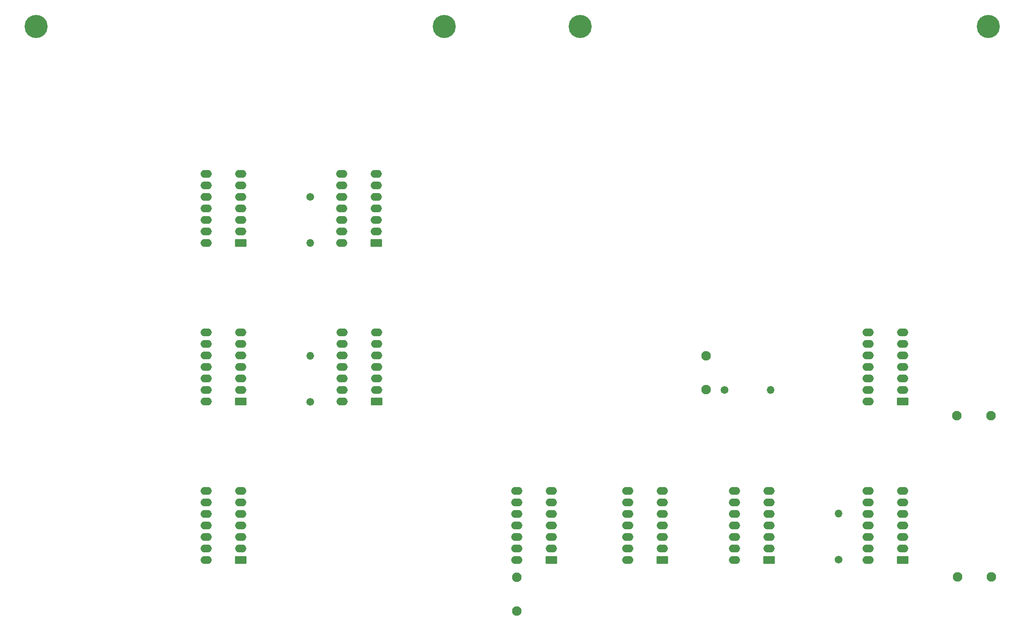
<source format=gbr>
%TF.GenerationSoftware,KiCad,Pcbnew,(6.0.4-0)*%
%TF.CreationDate,2024-04-14T15:13:14+10:00*%
%TF.ProjectId,Accumulator,41636375-6d75-46c6-9174-6f722e6b6963,rev?*%
%TF.SameCoordinates,Original*%
%TF.FileFunction,Soldermask,Top*%
%TF.FilePolarity,Negative*%
%FSLAX46Y46*%
G04 Gerber Fmt 4.6, Leading zero omitted, Abs format (unit mm)*
G04 Created by KiCad (PCBNEW (6.0.4-0)) date 2024-04-14 15:13:14*
%MOMM*%
%LPD*%
G01*
G04 APERTURE LIST*
G04 Aperture macros list*
%AMRoundRect*
0 Rectangle with rounded corners*
0 $1 Rounding radius*
0 $2 $3 $4 $5 $6 $7 $8 $9 X,Y pos of 4 corners*
0 Add a 4 corners polygon primitive as box body*
4,1,4,$2,$3,$4,$5,$6,$7,$8,$9,$2,$3,0*
0 Add four circle primitives for the rounded corners*
1,1,$1+$1,$2,$3*
1,1,$1+$1,$4,$5*
1,1,$1+$1,$6,$7*
1,1,$1+$1,$8,$9*
0 Add four rect primitives between the rounded corners*
20,1,$1+$1,$2,$3,$4,$5,0*
20,1,$1+$1,$4,$5,$6,$7,0*
20,1,$1+$1,$6,$7,$8,$9,0*
20,1,$1+$1,$8,$9,$2,$3,0*%
G04 Aperture macros list end*
%ADD10C,2.102000*%
%ADD11C,1.702000*%
%ADD12O,1.702000X1.702000*%
%ADD13RoundRect,0.051000X1.200000X0.800000X-1.200000X0.800000X-1.200000X-0.800000X1.200000X-0.800000X0*%
%ADD14O,2.502000X1.702000*%
%ADD15C,5.102000*%
G04 APERTURE END LIST*
D10*
%TO.C,C1*%
X246300000Y-141100000D03*
X246300000Y-133600000D03*
%TD*%
%TO.C,C4*%
X301600000Y-146850000D03*
X309100000Y-146850000D03*
%TD*%
D11*
%TO.C,R1*%
X159000000Y-98550000D03*
D12*
X159000000Y-108710000D03*
%TD*%
D11*
%TO.C,R2*%
X250345000Y-141115000D03*
D12*
X260505000Y-141115000D03*
%TD*%
D11*
%TO.C,R3*%
X275500000Y-178610000D03*
D12*
X275500000Y-168450000D03*
%TD*%
D11*
%TO.C,R4*%
X159000000Y-143750000D03*
D12*
X159000000Y-133590000D03*
%TD*%
D13*
%TO.C,U1*%
X143620000Y-108690000D03*
D14*
X143620000Y-106150000D03*
X143620000Y-103610000D03*
X143620000Y-101070000D03*
X143620000Y-98530000D03*
X143620000Y-95990000D03*
X143620000Y-93450000D03*
X136000000Y-93450000D03*
X136000000Y-95990000D03*
X136000000Y-98530000D03*
X136000000Y-101070000D03*
X136000000Y-103610000D03*
X136000000Y-106150000D03*
X136000000Y-108690000D03*
%TD*%
D13*
%TO.C,U2*%
X173550000Y-108690000D03*
D14*
X173550000Y-106150000D03*
X173550000Y-103610000D03*
X173550000Y-101070000D03*
X173550000Y-98530000D03*
X173550000Y-95990000D03*
X173550000Y-93450000D03*
X165930000Y-93450000D03*
X165930000Y-95990000D03*
X165930000Y-98530000D03*
X165930000Y-101070000D03*
X165930000Y-103610000D03*
X165930000Y-106150000D03*
X165930000Y-108690000D03*
%TD*%
D13*
%TO.C,U3*%
X143620000Y-143690000D03*
D14*
X143620000Y-141150000D03*
X143620000Y-138610000D03*
X143620000Y-136070000D03*
X143620000Y-133530000D03*
X143620000Y-130990000D03*
X143620000Y-128450000D03*
X136000000Y-128450000D03*
X136000000Y-130990000D03*
X136000000Y-133530000D03*
X136000000Y-136070000D03*
X136000000Y-138610000D03*
X136000000Y-141150000D03*
X136000000Y-143690000D03*
%TD*%
D13*
%TO.C,U4*%
X173620000Y-143690000D03*
D14*
X173620000Y-141150000D03*
X173620000Y-138610000D03*
X173620000Y-136070000D03*
X173620000Y-133530000D03*
X173620000Y-130990000D03*
X173620000Y-128450000D03*
X166000000Y-128450000D03*
X166000000Y-130990000D03*
X166000000Y-133530000D03*
X166000000Y-136070000D03*
X166000000Y-138610000D03*
X166000000Y-141150000D03*
X166000000Y-143690000D03*
%TD*%
D13*
%TO.C,U5*%
X289620000Y-143690000D03*
D14*
X289620000Y-141150000D03*
X289620000Y-138610000D03*
X289620000Y-136070000D03*
X289620000Y-133530000D03*
X289620000Y-130990000D03*
X289620000Y-128450000D03*
X282000000Y-128450000D03*
X282000000Y-130990000D03*
X282000000Y-133530000D03*
X282000000Y-136070000D03*
X282000000Y-138610000D03*
X282000000Y-141150000D03*
X282000000Y-143690000D03*
%TD*%
D13*
%TO.C,U6*%
X143620000Y-178690000D03*
D14*
X143620000Y-176150000D03*
X143620000Y-173610000D03*
X143620000Y-171070000D03*
X143620000Y-168530000D03*
X143620000Y-165990000D03*
X143620000Y-163450000D03*
X136000000Y-163450000D03*
X136000000Y-165990000D03*
X136000000Y-168530000D03*
X136000000Y-171070000D03*
X136000000Y-173610000D03*
X136000000Y-176150000D03*
X136000000Y-178690000D03*
%TD*%
D13*
%TO.C,U7*%
X212120000Y-178690000D03*
D14*
X212120000Y-176150000D03*
X212120000Y-173610000D03*
X212120000Y-171070000D03*
X212120000Y-168530000D03*
X212120000Y-165990000D03*
X212120000Y-163450000D03*
X204500000Y-163450000D03*
X204500000Y-165990000D03*
X204500000Y-168530000D03*
X204500000Y-171070000D03*
X204500000Y-173610000D03*
X204500000Y-176150000D03*
X204500000Y-178690000D03*
%TD*%
D13*
%TO.C,U8*%
X236620000Y-178690000D03*
D14*
X236620000Y-176150000D03*
X236620000Y-173610000D03*
X236620000Y-171070000D03*
X236620000Y-168530000D03*
X236620000Y-165990000D03*
X236620000Y-163450000D03*
X229000000Y-163450000D03*
X229000000Y-165990000D03*
X229000000Y-168530000D03*
X229000000Y-171070000D03*
X229000000Y-173610000D03*
X229000000Y-176150000D03*
X229000000Y-178690000D03*
%TD*%
D13*
%TO.C,U9*%
X260120000Y-178690000D03*
D14*
X260120000Y-176150000D03*
X260120000Y-173610000D03*
X260120000Y-171070000D03*
X260120000Y-168530000D03*
X260120000Y-165990000D03*
X260120000Y-163450000D03*
X252500000Y-163450000D03*
X252500000Y-165990000D03*
X252500000Y-168530000D03*
X252500000Y-171070000D03*
X252500000Y-173610000D03*
X252500000Y-176150000D03*
X252500000Y-178690000D03*
%TD*%
D13*
%TO.C,U10*%
X289620000Y-178690000D03*
D14*
X289620000Y-176150000D03*
X289620000Y-173610000D03*
X289620000Y-171070000D03*
X289620000Y-168530000D03*
X289620000Y-165990000D03*
X289620000Y-163450000D03*
X282000000Y-163450000D03*
X282000000Y-165990000D03*
X282000000Y-168530000D03*
X282000000Y-171070000D03*
X282000000Y-173610000D03*
X282000000Y-176150000D03*
X282000000Y-178690000D03*
%TD*%
D10*
%TO.C,C2*%
X301700000Y-182400000D03*
X309200000Y-182400000D03*
%TD*%
%TO.C,C3*%
X204500000Y-182450000D03*
X204500000Y-189950000D03*
%TD*%
D15*
%TO.C,H1*%
X98500000Y-60950000D03*
X188500000Y-60950000D03*
%TD*%
%TO.C,H2*%
X308500000Y-60950000D03*
X218500000Y-60950000D03*
%TD*%
M02*

</source>
